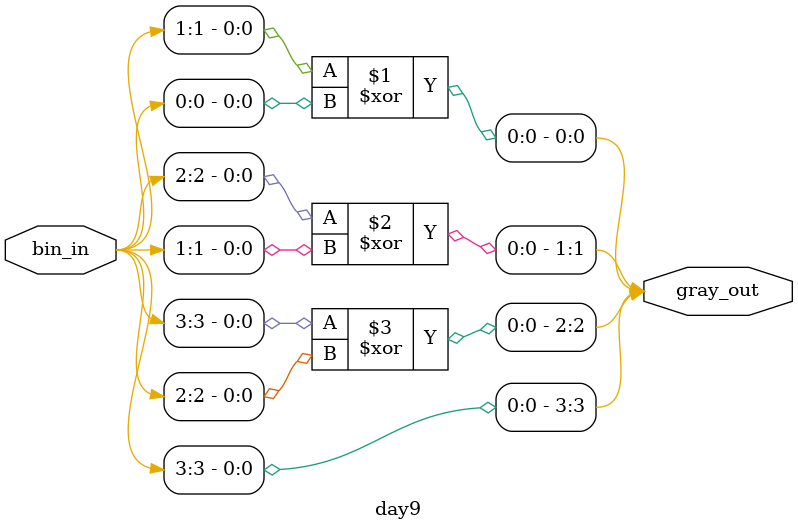
<source format=sv>

module day9 #(
  parameter vec= 4
)(
  input     wire[vec-1:0] bin_in,
  output    wire[vec-1:0] gray_out

);

  assign gray_out[vec-1] = bin_in[vec-1];

  genvar i;
  for (i=0; i<=vec-2; i=i+1)
    assign gray_out[i] = bin_in[i+1] ^ bin_in[i];

endmodule

</source>
